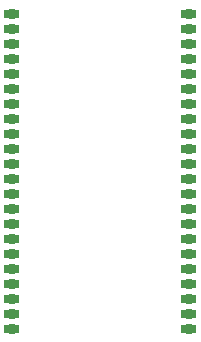
<source format=gbr>
%TF.GenerationSoftware,KiCad,Pcbnew,(6.0.7)*%
%TF.CreationDate,2022-08-07T18:47:51-07:00*%
%TF.ProjectId,M27C322-to-KM23C32000AG-adapter,4d323743-3332-4322-9d74-6f2d4b4d3233,rev?*%
%TF.SameCoordinates,Original*%
%TF.FileFunction,Copper,L2,Bot*%
%TF.FilePolarity,Positive*%
%FSLAX46Y46*%
G04 Gerber Fmt 4.6, Leading zero omitted, Abs format (unit mm)*
G04 Created by KiCad (PCBNEW (6.0.7)) date 2022-08-07 18:47:51*
%MOMM*%
%LPD*%
G01*
G04 APERTURE LIST*
G04 Aperture macros list*
%AMFreePoly0*
4,1,21,0.066987,0.448222,0.190096,0.411405,0.297922,0.341515,0.318615,0.317500,0.635000,0.317500,0.635000,-0.317500,0.317723,-0.317500,0.289490,-0.348692,0.179987,-0.415926,0.056016,-0.449725,-0.072458,-0.447370,-0.195108,-0.409052,-0.302073,-0.337850,-0.319179,-0.317500,-0.635000,-0.317500,-0.635000,0.317500,-0.318129,0.317500,-0.293728,0.345129,-0.185055,0.413696,-0.061506,0.449007,
0.066987,0.448222,0.066987,0.448222,$1*%
G04 Aperture macros list end*
%TA.AperFunction,CastellatedPad*%
%ADD10FreePoly0,180.000000*%
%TD*%
G04 APERTURE END LIST*
D10*
%TO.P,U1,1,NC*%
%TO.N,unconnected-(U1-Pad1)*%
X141359000Y-68335000D03*
%TO.P,U1,2,A18*%
%TO.N,/A18*%
X141359000Y-69605000D03*
%TO.P,U1,3,A17*%
%TO.N,/A17*%
X141359000Y-70875000D03*
%TO.P,U1,4,A7*%
%TO.N,/A7*%
X141359000Y-72145000D03*
%TO.P,U1,5,A6*%
%TO.N,/A6*%
X141359000Y-73415000D03*
%TO.P,U1,6,A5*%
%TO.N,/A5*%
X141359000Y-74685000D03*
%TO.P,U1,7,A4*%
%TO.N,/A4*%
X141359000Y-75955000D03*
%TO.P,U1,8,A3*%
%TO.N,/A3*%
X141359000Y-77225000D03*
%TO.P,U1,9,A2*%
%TO.N,/A2*%
X141359000Y-78495000D03*
%TO.P,U1,10,A1*%
%TO.N,/A1*%
X141359000Y-79765000D03*
%TO.P,U1,11,A0*%
%TO.N,/A0*%
X141359000Y-81035000D03*
%TO.P,U1,12,~{E}*%
%TO.N,/~{CE}*%
X141359000Y-82305000D03*
%TO.P,U1,13,GND*%
%TO.N,/VSS*%
X141359000Y-83575000D03*
%TO.P,U1,14,~{GVPP}*%
%TO.N,/~{OE}*%
X141359000Y-84845000D03*
%TO.P,U1,15,D0*%
%TO.N,/D0*%
X141359000Y-86115000D03*
%TO.P,U1,16,D8*%
%TO.N,/D8*%
X141359000Y-87385000D03*
%TO.P,U1,17,D1*%
%TO.N,/D1*%
X141359000Y-88655000D03*
%TO.P,U1,18,D9*%
%TO.N,/D9*%
X141359000Y-89925000D03*
%TO.P,U1,19,D2*%
%TO.N,/D2*%
X141359000Y-91195000D03*
%TO.P,U1,20,D10*%
%TO.N,/D10*%
X141359000Y-92465000D03*
%TO.P,U1,21,D3*%
%TO.N,/D3*%
X141359000Y-93735000D03*
%TO.P,U1,22,D11*%
%TO.N,/D11*%
X141359000Y-95005000D03*
%TO.P,U1,23,VCC*%
%TO.N,/VCC*%
X156281500Y-95005000D03*
%TO.P,U1,24,D4*%
%TO.N,/D4*%
X156281500Y-93735000D03*
%TO.P,U1,25,D12*%
%TO.N,/D12*%
X156281500Y-92465000D03*
%TO.P,U1,26,D5*%
%TO.N,/D5*%
X156281500Y-91195000D03*
%TO.P,U1,27,D13*%
%TO.N,/D13*%
X156281500Y-89925000D03*
%TO.P,U1,28,D6*%
%TO.N,/D6*%
X156281500Y-88655000D03*
%TO.P,U1,29,D14*%
%TO.N,/D14*%
X156281500Y-87385000D03*
%TO.P,U1,30,D7*%
%TO.N,/D7*%
X156281500Y-86115000D03*
%TO.P,U1,31,D15*%
%TO.N,/D15*%
X156281500Y-84845000D03*
%TO.P,U1,32,GND*%
%TO.N,/VSS*%
X156281500Y-83575000D03*
%TO.P,U1,33,BHE*%
%TO.N,unconnected-(U1-Pad33)*%
X156281500Y-82305000D03*
%TO.P,U1,34,A16*%
%TO.N,/A16*%
X156281500Y-81035000D03*
%TO.P,U1,35,A15*%
%TO.N,/A15*%
X156281500Y-79765000D03*
%TO.P,U1,36,A14*%
%TO.N,/A14*%
X156281500Y-78495000D03*
%TO.P,U1,37,A13*%
%TO.N,/A13*%
X156281500Y-77225000D03*
%TO.P,U1,38,A12*%
%TO.N,/A12*%
X156281500Y-75955000D03*
%TO.P,U1,39,A11*%
%TO.N,/A11*%
X156281500Y-74685000D03*
%TO.P,U1,40,A10*%
%TO.N,/A10*%
X156281500Y-73415000D03*
%TO.P,U1,41,A9*%
%TO.N,/A9*%
X156281500Y-72145000D03*
%TO.P,U1,42,A8*%
%TO.N,/A8*%
X156281500Y-70875000D03*
%TO.P,U1,43,A19*%
%TO.N,/A19*%
X156281500Y-69605000D03*
%TO.P,U1,44,A20*%
%TO.N,/A20*%
X156281500Y-68335000D03*
%TD*%
M02*

</source>
